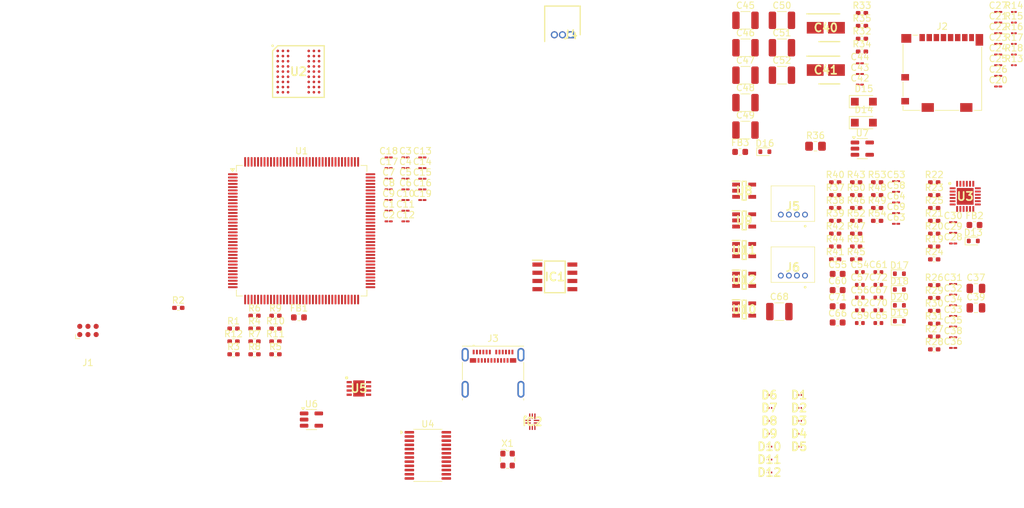
<source format=kicad_pcb>
(kicad_pcb (version 20240108) (generator "pcbnew") (generator_version "8.0")
  (layers (0 "F.Cu" signal) (31 "B.Cu" signal) (34 "B.Paste" user) (35 "F.Paste" user) (36 "B.SilkS" user "B.Silkscreen") (37 "F.SilkS" user "F.Silkscreen") (38 "B.Mask" user) (39 "F.Mask" user) (44 "Edge.Cuts" user))
  (net 0 "")
  (net 1 "GND")
  (net 2 "+3V3")
  (net 3 "+3V3_FILT")
  (net 4 "/Processor/MCU_~{RST}")
  (net 6 "+5VA")
  (net 7 "/Power/V_ENABLE")
  (net 8 "+1V8")
  (net 9 "VBUS_FILT")
  (net 10 "/Processor/SWCLK")
  (net 11 "/Processor/SWO")
  (net 12 "/Processor/nRESET")
  (net 13 "/Processor/SWDIO")
  (net 14 "/Processor/MCU_SWDIO")
  (net 15 "/Processor/MCU_SWO")
  (net 16 "/Processor/MCU_SWCLK")
  (net 17 "VBUS")
  (net 18 "Net-(C54-Pad1)")
  (net 19 "/Memory/RAM_CLK")
  (net 20 "/Memory/RAM_D10")
  (net 21 "/Memory/RAM_A8")
  (net 22 "/Memory/RAM_D0")
  (net 23 "/Memory/RAM_A3")
  (net 24 "/Memory/RAM_A7")
  (net 25 "/Memory/RAM_BA1")
  (net 26 "/Memory/RAM_A9")
  (net 27 "/Memory/RAM_A10")
  (net 28 "/Memory/RAM_A6")
  (net 29 "/Memory/RAM_A5")
  (net 30 "/Memory/RAM_D7")
  (net 31 "/Memory/RAM_DQMH")
  (net 32 "/Memory/RAM_D6")
  (net 33 "/Memory/RAM_D14")
  (net 34 "/Memory/RAM_D1")
  (net 35 "/Memory/RAM_A2")
  (net 36 "/Memory/RAM_D3")
  (net 37 "/Memory/RAM_D4")
  (net 38 "/Memory/RAM_A4")
  (net 39 "/Memory/RAM_A0")
  (net 40 "/Memory/RAM_D5")
  (net 41 "/Memory/RAM_NCS")
  (net 42 "/Memory/RAM_D12")
  (net 43 "/Memory/RAM_NRAS")
  (net 44 "/Memory/RAM_D11")
  (net 45 "/Memory/RAM_D13")
  (net 46 "/Memory/RAM_D8")
  (net 47 "/Memory/RAM_CKE")
  (net 48 "/Memory/RAM_D9")
  (net 49 "/Memory/RAM_D2")
  (net 50 "/Memory/RAM_A1")
  (net 51 "/Memory/RAM_NCAS")
  (net 53 "/Memory/RAM_A11")
  (net 54 "/Memory/RAM_DQML")
  (net 55 "/Memory/RAM_NWE")
  (net 57 "/Memory/RAM_BA0")
  (net 58 "/Memory/RAM_D15")
  (net 59 "Net-(U9-IN+)")
  (net 60 "/Analog/CODEC_IN_L")
  (net 61 "/Analog/CODEC_IN_R")
  (net 62 "Net-(U10-IN+)")
  (net 63 "Net-(U11-IN+)")
  (net 64 "Net-(U12-IN+)")
  (net 65 "/Analog/CODEC_OUT_R")
  (net 66 "/Analog/CODEC_OUT_L")
  (net 67 "/Analog/AUDIO_OUT_R")
  (net 68 "/Analog/AUDIO_OUT_L")
  (net 69 "VCC")
  (net 70 "/Analog/AUDIO_IN_L")
  (net 71 "/Analog/AUDIO_IN_R")
  (net 72 "/Memory/QSPI_IO2")
  (net 73 "/Memory/QSPI_~{CE}")
  (net 74 "/Memory/QSPI_IO3")
  (net 75 "/Memory/QSPI_IO1")
  (net 76 "/Memory/QSPI_IO0")
  (net 77 "/Memory/QSPI_SCK")
  (net 78 "/USB/USB_HS_D+")
  (net 79 "/USB/USB_FS_D-")
  (net 81 "/USB/USB_HS_D-")
  (net 82 "/USB/USB_FS_D+")
  (net 83 "/USB/D+")
  (net 84 "/USB/USB_SW")
  (net 85 "/USB/D-")
  (net 86 "/Memory/SD_DET")
  (net 87 "/Memory/SD_D3")
  (net 88 "/Memory/SD_D2")
  (net 89 "/Memory/SD_D1")
  (net 90 "/Processor/USB_~{RST}")
  (net 91 "/Memory/SD_CMD")
  (net 92 "/Memory/SD_CLK")
  (net 93 "/Memory/SD_D0")
  (net 94 "/CODEC Sheet/I2S_MCLK")
  (net 95 "/CODEC Sheet/I2S_WCLK")
  (net 96 "/CODEC Sheet/I2S_BCLK")
  (net 97 "/CODEC Sheet/I2S_DAC_IN")
  (net 98 "/CODEC Sheet/I2S_ADC_OUT")
  (net 99 "/CODEC Sheet/CODEC_OUT")
  (net 100 "/CODEC Sheet/I2C4_SDA")
  (net 101 "/CODEC Sheet/I2C4_SCL")
  (net 102 "+5V")
  (net 103 "Net-(X1-OUT)")
  (net 104 "+VREF")
  (net 105 "Net-(U9-IN-)")
  (net 106 "Net-(U12-IN-)")
  (net 107 "/USB/USB_HS_CPEN")
  (net 108 "/USB/ULPI_DIR")
  (net 109 "/USB/ULPI_D6")
  (net 110 "/USB/ULPI_STP")
  (net 111 "/USB/ULPI_D4")
  (net 112 "/USB/ULPI_D3")
  (net 113 "/USB/ULPI_D2")
  (net 114 "/USB/ULPI_D1")
  (net 115 "/USB/ULPI_D7")
  (net 116 "/USB/ULPI_NXT")
  (net 117 "/USB/ULPI_D0")
  (net 118 "/USB/ULPI_D5")
  (net 119 "/CODEC Sheet/CODEC_MUTE_L")
  (net 120 "/CODEC Sheet/CODEC_MUTE_R")
  (net 121 "/CODEC Sheet/ANALOG_CODEC_OUT_L")
  (net 122 "/CODEC Sheet/ANALOG_CODEC_IN_L")
  (net 123 "/CODEC Sheet/CODEC_~{RST}")
  (net 124 "/CODEC Sheet/ANALOG_CODEC_OUT_R")
  (net 125 "/CODEC Sheet/ANALOG_CODEC_IN_R")
  (net 126 "Net-(C17-Pad1)")
  (net 127 "Net-(C18-Pad1)")
  (net 128 "Net-(C29-Pad1)")
  (net 129 "Net-(U4-VQ)")
  (net 130 "Net-(U4-FIL+)")
  (net 131 "Net-(D15-K)")
  (net 132 "Net-(D14-K)")
  (net 133 "Net-(U8-IN+)")
  (net 134 "Net-(C55-Pad1)")
  (net 135 "Net-(C59-Pad1)")
  (net 136 "Net-(C60-Pad1)")
  (net 137 "Net-(C65-Pad2)")
  (net 138 "Net-(C66-Pad1)")
  (net 139 "Net-(C70-Pad2)")
  (net 140 "Net-(C71-Pad1)")
  (net 146 "Net-(J3-CC1)")
  (net 152 "Net-(J3-CC2)")
  (net 156 "Net-(U1-BOOT0)")
  (net 157 "Net-(U1-PDR_ON)")
  (net 158 "Net-(U1-PG8)")
  (net 159 "Net-(U1-PF10)")
  (net 160 "Net-(U1-PE2)")
  (net 161 "Net-(U1-PE4)")
  (net 162 "Net-(U1-PE5)")
  (net 163 "Net-(U1-PE6)")
  (net 164 "Net-(U3-REFCLK)")
  (net 165 "Net-(U3-RBIAS)")
  (net 166 "Net-(U3-RESETB)")
  (net 167 "Net-(U3-VBUS)")
  (net 168 "Net-(U4-AD2{slash}MDIV2)")
  (net 169 "Net-(U4-AD1{slash}CDIN{slash}MDIV1)")
  (net 170 "Net-(U4-AD0{slash}~{CS}{slash}I2S{slash}~{LJ})")
  (net 171 "Net-(U5-SNS)")
  (net 172 "Net-(U8-IN-)")
  (net 173 "Net-(U10-IN-)")
  (net 177 "Net-(U1-VSS-Pad107)")
  (footprint "Resistor_SMD:R_01005_0402Metric" (layer "F.Cu") (at 248.93 49.11)
    (property "Reference" "R17")
    (property "Value" "47k")
  )
  (footprint "Capacitor_SMD:C_01005_0402Metric_Pad0.57x0.30mm_HandSolder" (layer "F.Cu") (at 154.69 71.65)
    (property "Reference" "C6")
    (property "Value" "100n")
  )
  (footprint "Capacitor_SMD:C_0402_1005Metric" (layer "F.Cu") (at 227.94 88.41)
    (property "Reference" "C67")
    (property "Value" "1n")
  )
  (footprint "Resistor_SMD:R_01005_0402Metric" (layer "F.Cu") (at 248.93 44.16)
    (property "Reference" "R14")
    (property "Value" "47k")
  )
  (footprint "Resistor_SMD:R_0402_1005Metric_Pad0.72x0.64mm_HandSolder" (layer "F.Cu") (at 221.25 80.5)
    (property "Reference" "R44")
    (property "Value" "1M")
  )
  (footprint "Chase_Diode:SOT95P280X145-5N" (layer "F.Cu") (at 207.15 81.055)
    (property "Reference" "U11")
    (property "Value" "TLV9161IDBVR" (hide yes))
  )
  (footprint "Resistor_SMD:R_0402_1005Metric_Pad0.72x0.64mm_HandSolder" (layer "F.Cu") (at 128.05 95.2)
    (property "Reference" "R12")
    (property "Value" "33R")
  )
  (footprint "Resistor_SMD:R_01005_0402Metric" (layer "F.Cu") (at 248.93 45.81)
    (property "Reference" "R15")
    (property "Value" "47k")
  )
  (footprint "Capacitor_SMD:C_0402_1005Metric" (layer "F.Cu") (at 227.94 84.47)
    (property "Reference" "C61")
    (property "Value" "220p")
  )
  (footprint "Chase_Diode:PMEG3005AESFYL" (layer "F.Cu") (at 215.65 111.5)
    (property "Reference" "D5")
    (property "Value" "PESD3V3Z1BSFYL" (hide yes))
  )
  (footprint "Resistor_SMD:R_0805_2012Metric_Pad1.20x1.40mm_HandSolder" (layer "F.Cu") (at 218.2 64.96)
    (property "Reference" "R36")
    (property "Value" "10R")
  )
  (footprint "Diode_SMD:D_SOD-523" (layer "F.Cu") (at 231.195 89.61)
    (property "Reference" "D20")
    (property "Value" "ESD5Z5.0T1G/T5G")
  )
  (footprint "Resistor_SMD:R_0402_1005Metric_Pad0.72x0.64mm_HandSolder" (layer "F.Cu") (at 236.59 92.45)
    (property "Reference" "R31")
    (property "Value" "10K")
  )
  (footprint "Capacitor_SMD:C_01005_0402Metric_Pad0.57x0.30mm_HandSolder" (layer "F.Cu") (at 246.5 50.76)
    (property "Reference" "C24")
    (property "Value" "100n")
  )
  (footprint "Resistor_SMD:R_0402_1005Metric_Pad0.72x0.64mm_HandSolder" (layer "F.Cu") (at 224.5 78.51)
    (property "Reference" "R47")
    (property "Value" "1K")
  )
  (footprint "Capacitor_SMD:C_01005_0402Metric_Pad0.57x0.30mm_HandSolder" (layer "F.Cu") (at 246.5 54.06)
    (property "Reference" "C26")
    (property "Value" "100n")
  )
  (footprint "Diode_SMD:D_SOD-523" (layer "F.Cu") (at 231.195 92.06)
    (property "Reference" "D19")
    (property "Value" "ESD5Z5.0T1G/T5G")
  )
  (footprint "Capacitor_SMD:C_01005_0402Metric_Pad0.57x0.30mm_HandSolder" (layer "F.Cu") (at 239.52 96.21)
    (property "Reference" "C36")
    (property "Value" "100n")
  )
  (footprint "Connector_USB:USB_C_Receptacle_Molex_105450-0101" (layer "F.Cu") (at 168.25 100.06)
    (property "Reference" "J3")
    (property "Value" "USB_C_Receptacle")
  )
  (footprint "Capacitor_SMD:C_1210_3225Metric" (layer "F.Cu") (at 207.35 49.71)
    (property "Reference" "C46")
    (property "Value" "22u")
  )
  (footprint "Oscillator:Oscillator_SMD_ECS_2520MV-xxx-xx-4Pin_2.5x2.0mm" (layer "F.Cu") (at 170.5 113.5)
    (property "Reference" "X1")
    (property "Value" "ECS-2520MV-130-BN-TR")
  )
  (footprint "Capacitor_SMD:C_01005_0402Metric_Pad0.57x0.30mm_HandSolder" (layer "F.Cu") (at 154.69 74.95)
    (property "Reference" "C11")
    (property "Value" "100n")
  )
  (footprint "Capacitor_SMD:C_1210_3225Metric" (layer "F.Cu") (at 213 53.96)
    (property "Reference" "C52")
    (property "Value" "22u")
  )
  (footprint "Capacitor_SMD:C_01005_0402Metric_Pad0.57x0.30mm_HandSolder" (layer "F.Cu") (at 157.3 68.35)
    (property "Reference" "C14")
    (property "Value" "100n")
  )
  (footprint "Resistor_SMD:R_0402_1005Metric_Pad0.72x0.64mm_HandSolder" (layer "F.Cu") (at 224.5 82.49)
    (property "Reference" "R45")
    (property "Value" "1M")
  )
  (footprint "Capacitor_SMD:C_01005_0402Metric_Pad0.57x0.30mm_HandSolder" (layer "F.Cu") (at 154.69 66.7)
    (property "Reference" "C3")
    (property "Value" "100n")
  )
  (footprint "Capacitor_SMD:C_01005_0402Metric_Pad0.57x0.30mm_HandSolder" (layer "F.Cu") (at 230.68 75.33)
    (property "Reference" "C69")
    (property "Value" "100n")
  )
  (footprint "Chase_Diode:PMEG3005AESFYL" (layer "F.Cu") (at 211.05 113.5)
    (property "Reference" "D11")
    (property "Value" "PESD3V3Z1BSFYL" (hide yes))
  )
  (footprint "Capacitor_SMD:C_01005_0402Metric_Pad0.57x0.30mm_HandSolder" (layer "F.Cu") (at 246.5 44.16)
    (property "Reference" "C27")
    (property "Value" "100n")
  )
  (footprint "Package_SO:TSSOP-24_4.4x7.8mm_P0.65mm" (layer "F.Cu") (at 158.15 112.85)
    (property "Reference" "U4")
    (property "Value" "CS4270")
  )
  (footprint "Capacitor_SMD:C_1210_3225Metric" (layer "F.Cu") (at 207.35 53.96)
    (property "Reference" "C47")
    (property "Value" "22u")
  )
  (footprint "Resistor_SMD:R_0402_1005Metric_Pad0.72x0.64mm_HandSolder" (layer "F.Cu") (at 134.55 97.19)
    (property "Reference" "R5")
    (property "Value" "33R")
  )
  (footprint "Resistor_SMD:R_0402_1005Metric_Pad0.72x0.64mm_HandSolder" (layer "F.Cu") (at 131.3 97.19)
    (property "Reference" "R8")
    (property "Value" "33R")
  )
  (footprint "Chase_Diode:PMEG3005AESFYL" (layer "F.Cu") (at 211.05 115.5)
    (property "Reference" "D12")
    (property "Value" "PESD3V3Z1BSFYL" (hide yes))
  )
  (footprint "Capacitor_SMD:C_0402_1005Metric" (layer "F.Cu") (at 225.07 84.47)
    (property "Reference" "C54")
    (property "Value" "10n")
  )
  (footprint "Diode_SMD:D_SOD-523" (layer "F.Cu") (at 210.355 65.81)
    (property "Reference" "D16")
    (property "Value" "ESD5Z12T1G/T5G")
  )
  (footprint "Resistor_SMD:R_0402_1005Metric_Pad0.72x0.64mm_HandSolder" (layer "F.Cu") (at 221.25 74.53)
    (property "Reference" "R38")
    (property "Value" "100R")
  )
  (footprint "Capacitor_SMD:C_01005_0402Metric_Pad0.57x0.30mm_HandSolder" (layer "F.Cu") (at 246.5 47.46)
    (property "Reference" "C22")
    (property "Value" "100n")
  )
  (footprint "Package_TO_SOT_SMD:SOT-23-5" (layer "F.Cu") (at 140.12 107.305)
    (property "Reference" "U6")
    (property "Value" "NCP718ASN180T1G")
  )
  (footprint "Resistor_SMD:R_0402_1005Metric_Pad0.72x0.64mm_HandSolder" (layer "F.Cu") (at 134.55 93.21)
    (property "Reference" "R10")
    (property "Value" "33R")
  )
  (footprint "Capacitor_SMD:C_0402_1005Metric" (layer "F.Cu") (at 227.94 86.44)
    (property "Reference" "C72")
    (property "Value" "1n")
  )
  (footprint "Chase_Diode:PMEG3005AESFYL" (layer "F.Cu") (at 211.05 103.5)
    (property "Reference" "D6")
    (property "Value" "PESD3V3Z1BSFYL" (hide yes))
  )
  (footprint "Capacitor_SMD:C_01005_0402Metric_Pad0.57x0.30mm_HandSolder" (layer "F.Cu") (at 152.08 70)
    (property "Reference" "C7")
    (property "Value" "100n")
  )
  (footprint "Capacitor_SMD:C_0603_1608Metric" (layer "F.Cu") (at 221.63 84.74)
    (property "Reference" "C55")
    (property "Value" "10u")
  )
  (footprint "Capacitor_SMD:C_01005_0402Metric_Pad0.57x0.30mm_HandSolder" (layer "F.Cu") (at 152.08 66.7)
    (property "Reference" "C18")
    (property "Value" "2u2")
  )
  (footprint "Resistor_SMD:R_0402_1005Metric_Pad0.72x0.64mm_HandSolder" (layer "F.Cu") (at 128.05 93.21)
    (property "Reference" "R1")
    (property "Value" "5k1")
  )
  (footprint "Capacitor_SMD:C_01005_0402Metric_Pad0.57x0.30mm_HandSolder" (layer "F.Cu") (at 152.08 74.95)
    (property "Reference" "C1")
    (property "Value" "100n")
  )
  (footprint "Chase_LDO:SON65P300X300X100-9N-D" (layer "F.Cu") (at 147.47 102.485)
    (property "Reference" "U5")
    (property "Value" "TLV76733QWDRBRQ1" (hide yes))
  )
  (footprint "Resistor_SMD:R_0402_1005Metric_Pad0.72x0.64mm_HandSolder" (layer "F.Cu") (at 224.5 80.5)
    (property "Reference" "R51")
    (property "Value" "1M")
  )
  (footprint "Resistor_SMD:R_0402_1005Metric_Pad0.72x0.64mm_HandSolder" (layer "F.Cu") (at 227.75 76.52)
    (property "Reference" "R54")
    (property "Value" "10K")
  )
  (footprint "Diode_SMD:Nexperia_CFP3_SOD-123W" (layer "F.Cu") (at 225.695 61.31)
    (property "Reference" "D14")
    (property "Value" "PMEG4030ER")
  )
  (footprint "Capacitor_SMD:C_01005_0402Metric_Pad0.57x0.30mm_HandSolder" (layer "F.Cu") (at 154.69 73.3)
    (property "Reference" "C10")
    (property "Value" "100n")
  )
  (footprint "Capacitor_SMD:C_01005_0402Metric_Pad0.57x0.30mm_HandSolder" (layer "F.Cu") (at 246.5 55.71)
    (property "Reference" "C20")
    (property "Value" "2u2")
  )
  (footprint "Capacitor_SMD:C_01005_0402Metric_Pad0.57x0.30mm_HandSolder" (layer "F.Cu") (at 246.5 49.11)
    (property "Reference" "C23")
    (property "Value" "100n")
  )
  (footprint "Resistor_SMD:R_01005_0402Metric" (layer "F.Cu") (at 248.93 52.41)
    (property "Reference" "R13")
    (property "Value" "47k")
  )
  (footprint "Connector_Card:microSD_HC_Molex_104031-0811" (layer "F.Cu") (at 237.83 53.585)
    (property "Reference" "J2")
    (property "Value" "Micro_SD_Card_Det2")
  )
  (footprint "Connector:Tag-Connect_TC2030-IDC-FP_2x03_P1.27mm_Vertical" (layer "F.Cu") (at 105.5 93.5)
    (property "Reference" "J1")
    (property "Value" "Conn_ARM_SWD_TagConnect_TC2030")
  )
  (footprint "Resistor_SMD:R_0402_1005Metric_Pad0.72x0.64mm_HandSolder" (layer "F.Cu") (at 134.55 91.22)
    (property "Reference" "R9")
    (property "Value" "33R")
  )
  (footprint "Chase_mem_RAM:BGA54C80P9X9_800X800X120" (layer "F.Cu") (at 138.1 53.4)
    (property "Reference" "U2")
    (property "Value" "IS42S16800F-6BL" (hide yes))
  )
  (footprint "Capacitor_SMD:C_01005_0402Metric_Pad0.57x0.30mm_HandSolder" (layer "F.Cu") (at 239.52 86.31)
    (property "Reference" "C31")
    (property "Value" "100n")
  )
  (footprint "Chase_Diode:PMEG3005AESFYL" (layer "F.Cu") (at 215.65 103.5)
    (property "Reference" "D1")
    (property "Value" "PESD3V3Z1BSFYL" (hide yes))
  )
  (footprint "Chase_Diode:PMEG3005AESFYL" (layer "F.Cu") (at 211.05 109.5)
    (property "Reference" "D9")
    (property "Value" "PESD3V3Z1BSFYL" (hide yes))
  )
  (footprint "Capacitor_SMD:C_01005_0402Metric_Pad0.57x0.30mm_HandSolder" (layer "F.Cu") (at 152.08 71.65)
    (property "Reference" "C8")
    (property "Value" "100n")
  )
  (footprint "Chase_Diode:PMEG3005AESFYL" (layer "F.Cu") (at 211.05 107.5)
    (property "Reference" "D8")
    (property "Value" "PESD3V3Z1BSFYL" (hide yes))
  )
  (footprint "Resistor_SMD:R_0402_1005Metric_Pad0.72x0.64mm_HandSolder" (layer "F.Cu") (at 236.59 88.47)
    (property "Reference" "R29")
    (property "Value" "10K")
  )
  (footprint "Resistor_SMD:R_0402_1005Metric_Pad0.72x0.64mm_HandSolder" (layer "F.Cu") (at 236.59 70.55)
    (property "Reference" "R22")
    (property "Value" "5k1")
  )
  (footprint "Capacitor_SMD:C_01005_0402Metric_Pad0.57x0.30mm_HandSolder" (layer "F.Cu") (at 152.08 73.3)
    (property "Reference" "C9")
    (property "Value" "100n")
  )
  (footprint "Capacitor_SMD:C_01005_0402Metric_Pad0.57x0.30mm_HandSolder" (layer "F.Cu") (at 239.52 76.73)
    (property "Reference" "C30")
    (property "Value" "2u2")
  )
  (footprint "Capacitor_SMD:C_01005_0402Metric_Pad0.57x0.30mm_HandSolder" (layer "F.Cu") (at 230.68 73.68)
    (property "Reference" "C64")
    (property "Value" "100n")
  )
  (footprint "Capacitor_SMD:C_1210_3225Metric" (layer "F.Cu") (at 212.6 90.58)
    (property "Reference" "C68")
    (property "Value" "22u")
  )
  (footprint "Resistor_SMD:R_0402_1005Metric_Pad0.72x0.64mm_HandSolder" (layer "F.Cu") (at 225.4 48.31)
    (property "Reference" "R32")
    (property "Value" "0R")
  )
  (footprint "Diode_SMD:D_SOD-523" (layer "F.Cu") (at 231.195 87.16)
    (property "Reference" "D18")
    (property "Value" "ESD5Z5.0T1G/T5G")
  )
  (footprint "Package_QFP:LQFP-144_20x20mm_P0.5mm" (layer "F.Cu") (at 138.6 78.05)
    (property "Reference" "U1")
    (property "Value" "STM32H723ZGT6")
  )
  (footprint "Resistor_SMD:R_0402_1005Metric_Pad0.72x0.64mm_HandSolder" (layer "F.Cu") (at 236.59 94.44)
    (property "Reference" "R27")
    (property "Value" "2k2")
  )
  (footprint "Resistor_SMD:R_0402_1005Metric_Pad0.72x0.64mm_HandSolder" (layer "F.Cu") (at 236.59 74.53)
    (property "Reference" "R25")
    (property "Value" "5k1")
  )
  (footprint "Capacitor_SMD:C_01005_0402Metric_Pad0.57x0.30mm_HandSolder" (layer "F.Cu") (at 154.69 76.6)
    (property "Reference" "C12")
    (property "Value" "100n")
  )
  (footprint "Chase_Diode:PMEG3005AESFYL" (layer "F.Cu") (at 211.05 105.5)
    (property "Reference" "D7")
    (property "Value" "PESD3V3Z1BSFYL" (hide yes))
  )
  (footprint "Capacitor_SMD:C_01005_0402Metric_Pad0.57x0.30mm_HandSolder" (layer "F.Cu") (at 157.3 71.65)
    (property "Reference" "C16")
    (property "Value" "100n")
  )
  (footprint "Resistor_SMD:R_0402_1005Metric_Pad0.72x0.64mm_HandSolder" (layer "F.Cu") (at 224.5 70.55)
    (property "Reference" "R43")
    (property "Value" "1K")
  )
  (footprint "Resistor_SMD:R_0402_1005Metric_Pad0.72x0.64mm_HandSolder" (layer "F.Cu") (at 236.59 72.54)
    (property "Reference" "R23")
    (property "Value" "5k1")
  )
  (footprint "Capacitor_SMD:C_1210_3225Metric" (layer "F.Cu") (at 207.35 62.46)
    (property "Reference" "C49")
    (property "Value" "22u")
  )
  (footprint "Resistor_SMD:R_0402_1005Metric_Pad0.72x0.64mm_HandSolder" (layer "F.Cu") (at 227.75 70.55)
    (property "Reference" "R53")
    (property "Value" "100R")
  )
  (footprint "Capacitor_SMD:C_01005_0402Metric_Pad0.57x0.30mm_HandSolder" (layer "F.Cu") (at 225.08 55.42)
    (property "Reference" "C42")
    (property "Value" "2u2")
  )
  (footprint "Capacitor_SMD:C_01005_0402Metric_Pad0.57x0.30mm_HandSolder" (layer "F.Cu") (at 239.52 94.56)
    (property "Reference" "C38")
    (property "Value" "100n")
  )
  (footprint "Chase_Conn:530480410" (layer "F.Cu") (at 216.575 75.555)
    (property "Reference" "J5")
    (property "Value" "53048-0410" (hide yes))
  )
  (footprint "Inductor_SMD:L_0603_1608Metric" (layer "F.Cu") (at 138.18 91.48)
    (property "Reference" "FB1")
    (property "Value" "120R")
  )
  (footprint "Resistor_SMD:R_01005_0402Metric" (layer "F.Cu") (at 248.93 50.76)
    (property "Reference" "R18")
    (property "Value" "47k")
  )
  (footprint "Capacitor_SMD:C_0603_1608Metric" (layer "F.Cu") (at 221.63 87.25)
    (property "Reference" "C60")
    (property "Value" "10u")
  )
  (footprint "Capacitor_SMD:C_01005_0402Metric_Pad0.57x0.30mm_HandSolder" (layer "F.Cu") (at 157.3 66.7)
    (property "Reference" "C13")
    (property "Value" "100n")
  )
  (footprint "Resistor_SMD:R_0402_1005Metric_Pad0.72x0.64mm_HandSolder" (layer "F.Cu") (at 225.4 46.32)
    (property "Reference" "R35")
    (property "Value" "47k")
  )
  (footprint "Capacitor_SMD:C_01005_0402Metric_Pad0.57x0.30mm_HandSolder" (layer "F.Cu") (at 152.08 76.6)
    (property "Reference" "C2")
    (property "Value" "100n")
  )
  (footprint "Chase_Analog_SW:QFN40P140X180X50-10N" (layer "F.Cu") (at 174.335 107.635)
    (property "Reference" "IC2")
    (property "Value" "NX3DV42GU,115" (hide yes))
  )
  (footprint "Chase_USB:QFN50P400X400X100-25N-D" (layer "F.Cu") (at 241.39 72.73)
    (property "Reference" "U3")
    (property "Value" "USB3318C-CP-TR" (hide yes))
  )
  (footprint "Capacitor_SMD:C_1210_3225Metric" (layer "F.Cu") (at 213 49.71)
    (property "Reference" "C51")
    (property "Value" "22u")
  )
  (footprint "Package_TO_SOT_SMD:SOT-23-5" (layer "F.Cu") (at 225.45 65.335)
    (property "Reference" "U7")
    (property "Value" "NCP718BSN500T1G")
  )
  (footprint "Capacitor_SMD:C_01005_0402Metric_Pad0.57x0.30mm_HandSolder" (layer "F.Cu") (at 246.5 52.41)
    (property "Reference" "C25")
    (property "Value" "100n")
  )
  (footprint "Capacitor_SMD:C_1210_3225Metric" (layer "F.Cu") (at 207.35 45.46)
    (property "Reference" "C45")
    (property "Value" "22u")
  )
  (footprint "Resistor_SMD:R_0402_1005Metric_Pad0.72x0.64mm_HandSolder" (layer "F.Cu") (at 131.3 91.22)
    (property "Reference" "R6")
    (property "Value" "33R")
  )
  (footprint "Resistor_SMD:R_0402_1005Metric_Pad0.72x0.64mm_HandSolder" (layer "F.Cu") (at 236.59 76.52)
    (property "Reference" "R21")
    (property "Value" "47k")
  )
  (footprint "Resistor_SMD:R_0402_1005Metric_Pad0.72x0.64mm_HandSolder" (layer "F.Cu") (at 236.59 96.43)
    (property "Reference" "R28")
    (property "Value" "2k2")
  )
  (footprint "Capacitor_SMD:C_0402_1005Metric" (layer "F.Cu") (at 227.94 90.38)
    (property "Reference" "C70")
    (property "Value" "10n")
  )
  (footprint "Resistor_SMD:R_0402_1005Metric_Pad0.72x0.64mm_HandSolder" (layer "F.Cu") (at 221.25 76.52)
    (property "Reference" "R39")
    (property "Value" "1K")
  )
  (footprint "Capacitor_SMD:C_01005_0402Metric_Pad0.57x0.30mm_HandSolder" (layer "F.Cu") (at 230.68 70.38)
    (property "Reference" "C53")
    (property "Value" "100n")
  )
  (footprint "Capacitor_SMD:C_0402_1005Metric" (layer "F.Cu") (at 225.07 88.41)
    (property "Reference" "C56")
    (property "Value" "220p")
  )
  (footprint "Chase_mem_Flash:SOIC127P600X175-8N" (layer "F.Cu") (at 177.825 85.2)
    (property "Reference" "IC1")
    (property "Value" "IS25LP080D-JNLE-TR" (hide yes))
  )
  (footprint "Resistor_SMD:R_0402_1005Metric_Pad0.72x0.64mm_HandSolder" (layer "F.Cu") (at 227.75 72.54)
    (property "Reference" "R48")
    (property "Value" "100R")
  )
  (footprint "Capacitor_SMD:C_01005_0402Metric_Pad0.57x0.30mm_HandSolder" (layer "F.Cu") (at 230.68 76.98)
    (property "Reference" "C63")
    (property "Value" "100n")
  )
  (footprint "Chase_Capacitor:CAPAE430X550N" (layer "F.Cu") (at 219.8 53.16)
    (property "Reference" "C41")
    (property "Value" "2u2" (hide yes))
  )
  (footprint "Chase_Diode:PMEG3005AESFYL" (layer "F.Cu") (at 215.65 105.5)
    (property "Reference" "D2")
    (property "Value" "PESD3V3Z1BSFYL" (hide yes))
  )
  (footprint "Resistor_SMD:R_0402_1005Metric_Pad0.72x0.64mm_HandSolder" (layer "F.Cu") (at 224.5 72.54)
    (property "Reference" "R50")
    (property "Value" "47k")
  )
  (footprint "Chase_Diode:SOT95P280X145-5N" (layer "F.Cu") (at 207.15 85.655)
    (property "Reference" "U12")
    (property "Value" "TLV9161IDBVR" (hide yes))
  )
  (footprint "Capacitor_SMD:C_01005_0402Metric_Pad0.57x0.30mm_HandSolder" (layer "F.Cu") (at 246.5 45.81)
    (property "Reference" "C21")
    (property "Value" "100n")
  )
  (footprint "Capacitor_SMD:C_01005_0402Metric_Pad0.57x0.30mm_HandSolder" (layer "F.Cu") (at 157.3 73.3)
    (property "Reference" "C19")
    (property "Value" "100n")
  )
  (footprint "Resistor_SMD:R_0402_1005Metric_Pad0.72x0.64mm_HandSolder" (layer "F.Cu") (at 128.05 97.19)
    (property "Reference" "R3")
    (property "Value" "33R")
  )
  (footprint "Capacitor_SMD:C_01005_0402Metric_Pad0.57x0.30mm_HandSolder" (layer "F.Cu") (at 239.52 92.91)
    (property "Reference" "C35")
    (property "Value" "100n")
  )
  (footprint "Capacitor_SMD:C_0603_1608Metric" (layer "F.Cu") (at 221.63 92.27)
    (property "Reference" "C66")
    (property "Value" "10u")
  )
  (footprint "Capacitor_SMD:C_01005_0402Metric_Pad0.57x0.30mm_HandSolder" (layer "F.Cu") (at 239.52 89.61)
    (property "Reference" "C34")
    (property "Value" "2u2")
  )
  (footprint "Capacitor_SMD:C_0805_2012Metric" (layer "F.Cu") (at 243.05 90)
    (property "Reference" "C39")
    (property "Value" "10u")
  )
  (footprint "Resistor_SMD:R_0402_1005Metric_Pad0.72x0.64mm_HandSolder" (layer "F.Cu") (at 225.4 50.3)
    (property "Reference" "R34")
    (property "Value" "47k")
  )
  (footprint "Chase_Conn:SHDRRA3W35P0X125_1X3_550X550X350P" (layer "F.Cu") (at 180.25 47.7)
    (property "Reference" "J4")
    (property "Value" "53048-0310" (hide yes))
  )
  (footprint "Capacitor_SMD:C_01005_0402Metric_Pad0.57x0.30mm_HandSolder" (layer "F.Cu") (at 239.52 87.96)
    (property "Reference" "C32")
    (property "Value" "2u2")
  )
  (footprint "Chase_Diode:SOT95P280X145-5N" (layer "F.Cu") (at 207.15 76.455)
    (property "Reference" "U9")
    (property "Value" "TLV9161IDBVR" (hide yes))
  )
  (footprint "Resistor_SMD:R_0402_1005Metric_Pad0.72x0.64mm_HandSolder" (layer "F.Cu") (at 227.75 74.53)
    (property "Reference" "R49")
    (property "Value" "10K")
  )
  (footprint "Capacitor_SMD:C_0402_1005Metric" (layer "F.Cu") (at 225.07 92.35)
    (property "Reference" "C59")
    (property "Value" "10n")
  )
  (footprint "Chase_Diode:PMEG3005AESFYL" (layer "F.Cu") (at 211.05 111.5)
    (property "Reference" "D10")
    (property "Value" "PESD3V3Z1BSFYL" (hide yes))
  )
  (footprint "Capacitor_SMD:C_01005_0402Metric_Pad0.57x0.30mm_HandSolder" (layer "F.Cu") (at 225.08 53.77)
    (property "Reference" "C43")
    (property "Value" "2u2")
  )
  (footprint "Resistor_SMD:R_0402_1005Metric_Pad0.72x0.64mm_HandSolder" (layer "F.Cu") (at 221.25 72.54)
    (property "Reference" "R37")
    (property "Value" "1M")
  )
  (footprint "Inductor_SMD:L_0603_1608Metric" (layer "F.Cu") (at 242.83 77.16)
    (property "Reference" "FB2")
    (property "Value" "120R")
  )
  (footprint "Capacitor_SMD:C_0402_1005Metric" (layer "F.Cu") (at 227.94 92.35)
    (property "Reference" "C65")
    (property "Value" "10n")
  )
  (footprint "Capacitor_SMD:C_01005_0402Metric_Pad0.57x0.30mm_HandSolder" (layer "F.Cu") (at 154.69 68.35)
    (property "Reference" "C4")
    (property "Value" "100n")
  )
  (footprint "Resistor_SMD:R_0402_1005Metric_Pad0.72x0.64mm_HandSolder" (layer "F.Cu") (at 225.4 44.33)
    (property "Reference" "R33")
    (property "Value" "47k")
  )
  (footprint "Resistor_SMD:R_0402_1005Metric_Pad0.72x0.64mm_HandSolder" (layer "F.Cu") (at 236.59 78.51)
    (property "Reference" "R20")
    (property "Value" "8k06")
  )
  (footprint "Capacitor_SMD:C_01005_0402Metric_Pad0.57x0.30mm_HandSolder" (layer "F.Cu") (at 230.68 72.03)
    (property "Reference" "C58")
    (property "Value" "100n")
  )
  (footprint "Chase_Diode:SOT95P280X145-5N" (layer "F.Cu") (at 207.15 71.855)
    (property "Reference" "U8")
    (property "Value" "TLV9161IDBVR" (hide yes))
  )
  (footprint "Resistor_SMD:R_0402_1005Metric_Pad0.72x0.64mm_HandSolder" (layer "F.Cu") (at 131.3 95.2)
    (property "Reference" "R7")
    (property "Value" "33R")
  )
  (footprint "Diode_SMD:D_SOD-523" (layer "F.Cu") (at 231.195 84.71)
    (property "Reference" "D17")
    (property "Value" "ESD5Z5.0T1G/T5G")
  )
  (footprint "Capacitor_SMD:C_0805_2012Metric" (layer "F.Cu") (at 243.05 86.99)
    (property "Reference" "C37")
    (property "Value" "10u")
  )
  (footprint "Resistor_SMD:R_0402_1005Metric_Pad0.72x0.64mm_HandSolder" (layer "F.Cu") (at 119.5 90)
    (property "Reference" "R2")
    (property "Value" "0R")
  )
  (footprint "Capacitor_SMD:C_01005_0402Metric_Pad0.57x0.30mm_HandSolder" (layer "F.Cu") (at 157.3 70)
    (property "Reference" "C15")
    (property "Value" "100n")
  )
  (footprint "Capacitor_SMD:C_01005_0402Metric_Pad0.57x0.30mm_HandSolder" (layer "F.Cu") (at 239.52 80.03)
    (property "Reference" "C28")
    (property "Value" "100n")
  )
  (footprint "Capacitor_SMD:C_1210_3225Metric" (layer "F.Cu") (at 213 45.46)
    (property "Reference" "C50")
    (property "Value" "22u")
  )
  (footprint "Capacitor_SMD:C_01005_0402Metric_Pad0.57x0.30mm_HandSolder" (layer "F.Cu") (at 239.52 91.26)
    (property "Reference" "C33")
    (property "Value" "100n")
  )
  (footprint "Capacitor_SMD:C_01005_0402Metric_Pad0.57x0.30mm_HandSolder" (layer "F.Cu") (at 152.08 68.35)
    (property "Reference" "C17")
    (property "Value" "2u2")
  )
  (footprint "Resistor_SMD:R_0402_1005Metric_Pad0.72x0.64mm_HandSolder" (layer "F.Cu") (at 134.55 95.2)
    (property "Reference" "R11")
    (property "Value" "33R")
  )
  (footprint "Diode_SMD:Nexperia_CFP3_SOD-123W" (layer "F.Cu") (at 225.695 58.06)
    (property "Reference" "D15")
    (property "Value" "PMEG4030ER")
  )
  (footprint "Resistor_SMD:R_0402_1005Metric_Pad0.72x0.64mm_HandSolder" (layer "F.Cu") (at 131.3 93.21)
    (property "Reference" "R4")
    (property "Value" "33R")
  )
  (footprint "Capacitor_SMD:C_0402_1005Metric" (layer "F.Cu") (at 225.07 90.38)
    (property "Reference" "C62")
    (property "Value" "220p")
  )
  (footprint "Resistor_SMD:R_0402_1005Metric_Pad0.72x0.64mm_HandSolder" (layer "F.Cu") (at 224.5 76.52)
    (property "Reference" "R52")
    (property "Value" "1K")
  )
  (footprint "Chase_Diode:PMEG3005AESFYL" (layer "F.Cu") (at 215.65 107.5)
    (property "Reference" "D3")
    (property "Value" "PESD3V3Z1BSFYL" (hide yes))
  )
  (footprint "Resistor_SMD:R_0402_1005Metric_Pad0.72x0.64mm_HandSolder" (layer "F.Cu") (at 236.59 80.5)
    (property "Reference" "R19")
    (property "Value" "33R")
  )
  (footprint "Resistor_SMD:R_01005_0402Metric" (layer "F.Cu") (at 248.93 47.46)
    (property "Reference" "R16")
    (property "Value" "47k")
  )
  (footprint "Resistor_SMD:R_0402_1005Metric_Pad0.72x0.64mm_HandSolder" (layer "F.Cu") (at 221.25 78.51)
    (property "Reference" "R42")
    (property "Value" "100R")
  )
  (footprint "Resistor_SMD:R_0402_1005Metric_Pad0.72x0.64mm_HandSolder" (layer "F.Cu") (at 236.59 82.49)
    (property "Reference" "R24")
    (property "Value" "5k1")
  )
  (footprint "Resistor_SMD:R_0402_1005Metric_Pad0.72x0.64mm_HandSolder" (layer "F.Cu") (at 221.25 70.55)
    (property "Reference" "R40")
    (property "Value" "1M")
  )
  (footprint "Capacitor_SMD:C_01005_0402Metric_Pad0.57x0.30mm_HandSolder" (layer "F.Cu") (at 225.08 52.12)
    (property "Reference" "C44")
    (property "Value" "100n")
  )
  (footprint "Capacitor_SMD:C_01005_0402Metric_Pad0.57x0.30mm_HandSolder" (layer "F.Cu") (at 239.52 78.38)
    (property "Reference" "C29")
    (property "Value" "100n")
  )
  (footprint "Inductor_SMD:L_0603_1608Metric" (layer "F.Cu") (at 206.53 65.84)
    (property "Reference" "FB3")
    (property "Value" "120R")
  )
  (footprint "Capacitor_SMD:C_01005_0402Metric_Pad0.57x0.30mm_HandSolder" (layer "F.Cu") (at 154.69 70)
    (property "Reference" "C5")
    (property "Value" "100n")
  )
  (footprint "Resistor_SMD:R_0402_1005Metric_Pad0.72x0.64mm_HandSolder" (layer "F.Cu") (at 221.25 82.49)
    (property "Reference" "R41")
    (property "Value" "1M")
  )
  (footprint "Resistor_SMD:R_0402_1005Metric_Pad0.72x0.64mm_HandSolder" (layer "F.Cu") (at 236.59 90.46)
    (property "Reference" "R30")
    (property "Value" "10K")
  )
  (footprint "Resistor_SMD:R_0402_1005Metric_Pad0.72x0.64mm_HandSolder" (layer "F.Cu") (at 236.59 86.48)
    (property "Reference" "R26")
    (property "Value" "33R")
  )
  (footprint "Capacitor_SMD:C_0603_1608Metric" (layer "F.Cu") (at 221.63 89.76)
    (property "Reference" "C71")
    (property "Value" "10u")
  )
  (footprint "Chase_Diode:SOT95P280X145-5N" (layer "F.Cu") (at 207.15 90.255)
    (property "Reference" "U10")
    (property "Value" "TLV9161IDBVR" (hide yes))
  )
  (footprint "Chase_Conn:530480410" (layer "F.Cu") (at 216.575 85.005)
    (property "Reference" "J6")
    (property "Value" "53048-0410" (hide yes))
  )
  (footprint "Capacitor_SMD:C_1210_3225Metric" (layer "F.Cu") (at 207.35 58.21)
    (property "Reference" "C48")
    (property "Value" "22u")
  )
  (footprint "Diode_SMD:D_SOD-523" (layer "F.Cu") (at 242.645 79.64)
    (property "Reference" "D13")
    (property "Value" "ESD5Z5.0T1G/T5G")
  )
  (footprint "Capacitor_SMD:C_0402_1005Metric" (layer "F.Cu") (at 225.07 86.44)
    (property "Reference" "C57")
    (property "Value" "220p")
  )
  (footprint "Resistor_SMD:R_0402_1005Metric_Pad0.72x0.64mm_HandSolder" (layer "F.Cu") (at 224.5 74.53)
    (property "Reference" "R46")
    (property "Value" "47k")
  )
  (footprint "Chase_Diode:PMEG3005AESFYL" (layer "F.Cu") (at 215.65 109.5)
    (property "Reference" "D4")
    (property "Value" "PESD3V3Z1BSFYL" (hide yes))
  )
  (footprint "Chase_Capacitor:CAPAE430X550N" (layer "F.Cu") (at 219.8 46.61)
    (property "Reference" "C40")
    (property "Value" "2u2" (hide yes))
  )
)
</source>
